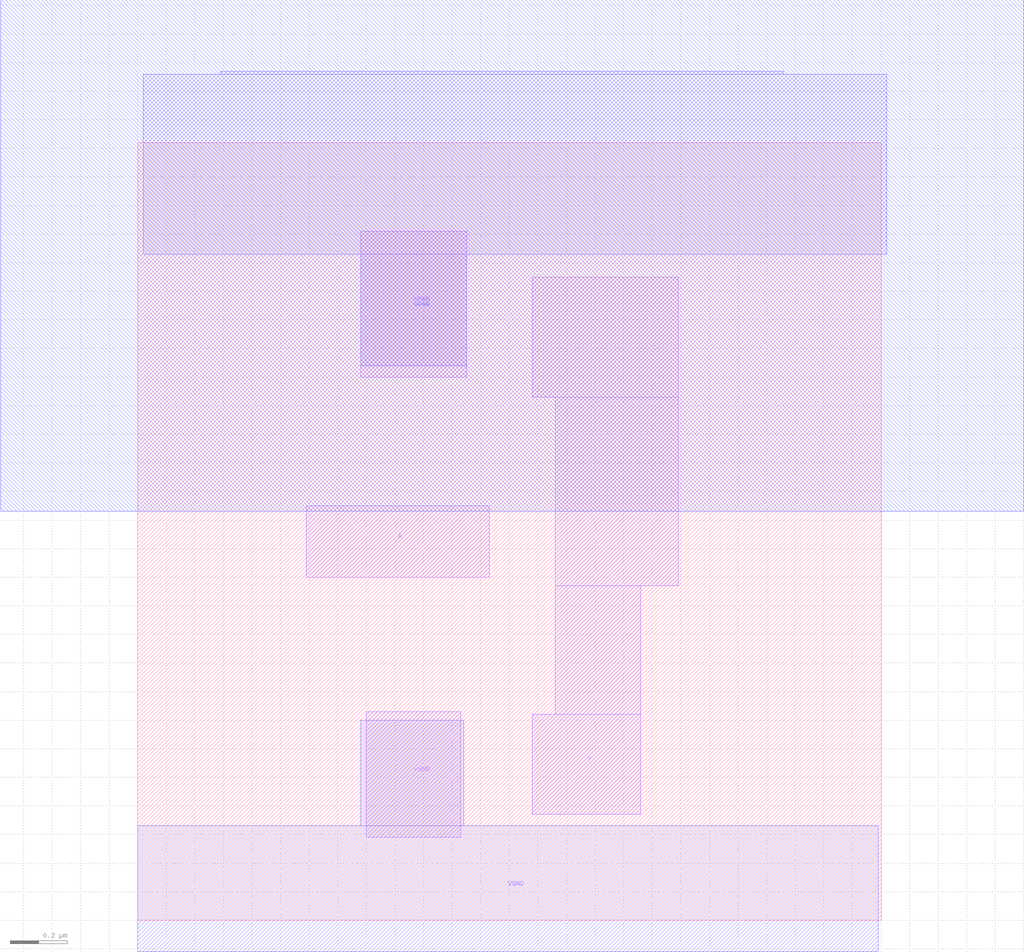
<source format=lef>
VERSION 5.7 ;
  NOWIREEXTENSIONATPIN ON ;
  DIVIDERCHAR "/" ;
  BUSBITCHARS "[]" ;
MACRO inv4
  CLASS CORE ;
  FOREIGN inv4 ;
  ORIGIN 0.000 0.000 ;
  SIZE 2.600 BY 2.720 ;
  SITE unithd ;
  PIN A
    DIRECTION INPUT ;
    USE SIGNAL ;
    ANTENNAGATEAREA 0.172000 ;
    PORT
      LAYER li1 ;
        RECT 0.590 1.200 1.230 1.450 ;
    END
  END A
  PIN VGND
    DIRECTION INOUT ;
    USE GROUND ;
    PORT
      LAYER li1 ;
        RECT 0.800 0.290 1.130 0.730 ;
      LAYER met1 ;
        RECT 0.780 0.330 1.140 0.700 ;
        RECT 0.000 -0.110 2.590 0.330 ;
    END
  END VGND
  PIN VPWR
    DIRECTION INOUT ;
    USE POWER ;
    PORT
      LAYER li1 ;
        RECT 0.780 1.900 1.150 2.410 ;
      LAYER met1 ;
        RECT 0.290 2.960 2.260 2.970 ;
        RECT 0.020 2.330 2.620 2.960 ;
        RECT 0.780 1.940 1.150 2.330 ;
    END
  END VPWR
  PIN Y
    DIRECTION OUTPUT ;
    USE SIGNAL ;
    ANTENNADIFFAREA 0.335400 ;
    PORT
      LAYER li1 ;
        RECT 1.380 1.830 1.890 2.250 ;
        RECT 1.460 1.170 1.890 1.830 ;
        RECT 1.460 0.720 1.760 1.170 ;
        RECT 1.380 0.370 1.760 0.720 ;
    END
  END Y
  OBS
      LAYER nwell ;
        RECT -0.480 1.430 3.100 3.220 ;
  END
END inv4
END LIBRARY


</source>
